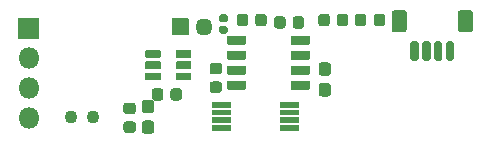
<source format=gbr>
%TF.GenerationSoftware,KiCad,Pcbnew,(5.99.0-3299-gfc1665ff2)*%
%TF.CreationDate,2020-09-21T16:58:29+07:00*%
%TF.ProjectId,smart_wristband,736d6172-745f-4777-9269-737462616e64,rev?*%
%TF.SameCoordinates,Original*%
%TF.FileFunction,Soldermask,Bot*%
%TF.FilePolarity,Negative*%
%FSLAX46Y46*%
G04 Gerber Fmt 4.6, Leading zero omitted, Abs format (unit mm)*
G04 Created by KiCad (PCBNEW (5.99.0-3299-gfc1665ff2)) date 2020-09-21 16:58:29*
%MOMM*%
%LPD*%
G01*
G04 APERTURE LIST*
%ADD10C,1.100000*%
%ADD11O,1.800000X1.800000*%
%ADD12O,1.450000X1.450000*%
G04 APERTURE END LIST*
%TO.C,J5*%
G36*
G01*
X136150000Y-91545833D02*
X136150000Y-92904167D01*
G75*
G02*
X135879167Y-93175000I-270833J0D01*
G01*
X135120833Y-93175000D01*
G75*
G02*
X134850000Y-92904167I0J270833D01*
G01*
X134850000Y-91545833D01*
G75*
G02*
X135120833Y-91275000I270833J0D01*
G01*
X135879167Y-91275000D01*
G75*
G02*
X136150000Y-91545833I0J-270833D01*
G01*
G37*
G36*
G01*
X141750000Y-91545833D02*
X141750000Y-92904167D01*
G75*
G02*
X141479167Y-93175000I-270833J0D01*
G01*
X140720833Y-93175000D01*
G75*
G02*
X140450000Y-92904167I0J270833D01*
G01*
X140450000Y-91545833D01*
G75*
G02*
X140720833Y-91275000I270833J0D01*
G01*
X141479167Y-91275000D01*
G75*
G02*
X141750000Y-91545833I0J-270833D01*
G01*
G37*
G36*
G01*
X137150000Y-94100000D02*
X137150000Y-95400000D01*
G75*
G02*
X136975000Y-95575000I-175000J0D01*
G01*
X136625000Y-95575000D01*
G75*
G02*
X136450000Y-95400000I0J175000D01*
G01*
X136450000Y-94100000D01*
G75*
G02*
X136625000Y-93925000I175000J0D01*
G01*
X136975000Y-93925000D01*
G75*
G02*
X137150000Y-94100000I0J-175000D01*
G01*
G37*
G36*
G01*
X138150000Y-94100000D02*
X138150000Y-95400000D01*
G75*
G02*
X137975000Y-95575000I-175000J0D01*
G01*
X137625000Y-95575000D01*
G75*
G02*
X137450000Y-95400000I0J175000D01*
G01*
X137450000Y-94100000D01*
G75*
G02*
X137625000Y-93925000I175000J0D01*
G01*
X137975000Y-93925000D01*
G75*
G02*
X138150000Y-94100000I0J-175000D01*
G01*
G37*
G36*
G01*
X139150000Y-94100000D02*
X139150000Y-95400000D01*
G75*
G02*
X138975000Y-95575000I-175000J0D01*
G01*
X138625000Y-95575000D01*
G75*
G02*
X138450000Y-95400000I0J175000D01*
G01*
X138450000Y-94100000D01*
G75*
G02*
X138625000Y-93925000I175000J0D01*
G01*
X138975000Y-93925000D01*
G75*
G02*
X139150000Y-94100000I0J-175000D01*
G01*
G37*
G36*
G01*
X140150000Y-94100000D02*
X140150000Y-95400000D01*
G75*
G02*
X139975000Y-95575000I-175000J0D01*
G01*
X139625000Y-95575000D01*
G75*
G02*
X139450000Y-95400000I0J175000D01*
G01*
X139450000Y-94100000D01*
G75*
G02*
X139625000Y-93925000I175000J0D01*
G01*
X139975000Y-93925000D01*
G75*
G02*
X140150000Y-94100000I0J-175000D01*
G01*
G37*
%TD*%
D10*
%TO.C,Y1*%
X109600000Y-100350000D03*
X107700000Y-100350000D03*
%TD*%
%TO.C,J2*%
G36*
G01*
X103225000Y-93675000D02*
X103225000Y-91975000D01*
G75*
G02*
X103275000Y-91925000I50000J0D01*
G01*
X104975000Y-91925000D01*
G75*
G02*
X105025000Y-91975000I0J-50000D01*
G01*
X105025000Y-93675000D01*
G75*
G02*
X104975000Y-93725000I-50000J0D01*
G01*
X103275000Y-93725000D01*
G75*
G02*
X103225000Y-93675000I0J50000D01*
G01*
G37*
D11*
X104125000Y-95365000D03*
X104125000Y-97905000D03*
X104125000Y-100445000D03*
%TD*%
%TO.C,D1*%
G36*
G01*
X127450000Y-92043750D02*
X127450000Y-92606250D01*
G75*
G02*
X127206250Y-92850000I-243750J0D01*
G01*
X126718750Y-92850000D01*
G75*
G02*
X126475000Y-92606250I0J243750D01*
G01*
X126475000Y-92043750D01*
G75*
G02*
X126718750Y-91800000I243750J0D01*
G01*
X127206250Y-91800000D01*
G75*
G02*
X127450000Y-92043750I0J-243750D01*
G01*
G37*
G36*
G01*
X125875000Y-92043750D02*
X125875000Y-92606250D01*
G75*
G02*
X125631250Y-92850000I-243750J0D01*
G01*
X125143750Y-92850000D01*
G75*
G02*
X124900000Y-92606250I0J243750D01*
G01*
X124900000Y-92043750D01*
G75*
G02*
X125143750Y-91800000I243750J0D01*
G01*
X125631250Y-91800000D01*
G75*
G02*
X125875000Y-92043750I0J-243750D01*
G01*
G37*
%TD*%
%TO.C,R4*%
G36*
G01*
X112956250Y-101675000D02*
X112393750Y-101675000D01*
G75*
G02*
X112150000Y-101431250I0J243750D01*
G01*
X112150000Y-100943750D01*
G75*
G02*
X112393750Y-100700000I243750J0D01*
G01*
X112956250Y-100700000D01*
G75*
G02*
X113200000Y-100943750I0J-243750D01*
G01*
X113200000Y-101431250D01*
G75*
G02*
X112956250Y-101675000I-243750J0D01*
G01*
G37*
G36*
G01*
X112956250Y-100100000D02*
X112393750Y-100100000D01*
G75*
G02*
X112150000Y-99856250I0J243750D01*
G01*
X112150000Y-99368750D01*
G75*
G02*
X112393750Y-99125000I243750J0D01*
G01*
X112956250Y-99125000D01*
G75*
G02*
X113200000Y-99368750I0J-243750D01*
G01*
X113200000Y-99856250D01*
G75*
G02*
X112956250Y-100100000I-243750J0D01*
G01*
G37*
%TD*%
%TO.C,R7*%
G36*
G01*
X131750000Y-92406250D02*
X131750000Y-91843750D01*
G75*
G02*
X131993750Y-91600000I243750J0D01*
G01*
X132481250Y-91600000D01*
G75*
G02*
X132725000Y-91843750I0J-243750D01*
G01*
X132725000Y-92406250D01*
G75*
G02*
X132481250Y-92650000I-243750J0D01*
G01*
X131993750Y-92650000D01*
G75*
G02*
X131750000Y-92406250I0J243750D01*
G01*
G37*
G36*
G01*
X133325000Y-92406250D02*
X133325000Y-91843750D01*
G75*
G02*
X133568750Y-91600000I243750J0D01*
G01*
X134056250Y-91600000D01*
G75*
G02*
X134300000Y-91843750I0J-243750D01*
G01*
X134300000Y-92406250D01*
G75*
G02*
X134056250Y-92650000I-243750J0D01*
G01*
X133568750Y-92650000D01*
G75*
G02*
X133325000Y-92406250I0J243750D01*
G01*
G37*
%TD*%
%TO.C,J4*%
G36*
G01*
X116275000Y-91975000D02*
X117625000Y-91975000D01*
G75*
G02*
X117675000Y-92025000I0J-50000D01*
G01*
X117675000Y-93375000D01*
G75*
G02*
X117625000Y-93425000I-50000J0D01*
G01*
X116275000Y-93425000D01*
G75*
G02*
X116225000Y-93375000I0J50000D01*
G01*
X116225000Y-92025000D01*
G75*
G02*
X116275000Y-91975000I50000J0D01*
G01*
G37*
D12*
X118950000Y-92700000D03*
%TD*%
%TO.C,C10*%
G36*
G01*
X120797500Y-93295000D02*
X120402500Y-93295000D01*
G75*
G02*
X120230000Y-93122500I0J172500D01*
G01*
X120230000Y-92777500D01*
G75*
G02*
X120402500Y-92605000I172500J0D01*
G01*
X120797500Y-92605000D01*
G75*
G02*
X120970000Y-92777500I0J-172500D01*
G01*
X120970000Y-93122500D01*
G75*
G02*
X120797500Y-93295000I-172500J0D01*
G01*
G37*
G36*
G01*
X120797500Y-92325000D02*
X120402500Y-92325000D01*
G75*
G02*
X120230000Y-92152500I0J172500D01*
G01*
X120230000Y-91807500D01*
G75*
G02*
X120402500Y-91635000I172500J0D01*
G01*
X120797500Y-91635000D01*
G75*
G02*
X120970000Y-91807500I0J-172500D01*
G01*
X120970000Y-92152500D01*
G75*
G02*
X120797500Y-92325000I-172500J0D01*
G01*
G37*
%TD*%
%TO.C,Q1*%
G36*
G01*
X127035000Y-99100000D02*
X127035000Y-99500000D01*
G75*
G02*
X126985000Y-99550000I-50000J0D01*
G01*
X125425000Y-99550000D01*
G75*
G02*
X125375000Y-99500000I0J50000D01*
G01*
X125375000Y-99100000D01*
G75*
G02*
X125425000Y-99050000I50000J0D01*
G01*
X126985000Y-99050000D01*
G75*
G02*
X127035000Y-99100000I0J-50000D01*
G01*
G37*
G36*
G01*
X127035000Y-99750000D02*
X127035000Y-100150000D01*
G75*
G02*
X126985000Y-100200000I-50000J0D01*
G01*
X125425000Y-100200000D01*
G75*
G02*
X125375000Y-100150000I0J50000D01*
G01*
X125375000Y-99750000D01*
G75*
G02*
X125425000Y-99700000I50000J0D01*
G01*
X126985000Y-99700000D01*
G75*
G02*
X127035000Y-99750000I0J-50000D01*
G01*
G37*
G36*
G01*
X127035000Y-100400000D02*
X127035000Y-100800000D01*
G75*
G02*
X126985000Y-100850000I-50000J0D01*
G01*
X125425000Y-100850000D01*
G75*
G02*
X125375000Y-100800000I0J50000D01*
G01*
X125375000Y-100400000D01*
G75*
G02*
X125425000Y-100350000I50000J0D01*
G01*
X126985000Y-100350000D01*
G75*
G02*
X127035000Y-100400000I0J-50000D01*
G01*
G37*
G36*
G01*
X127035000Y-101050000D02*
X127035000Y-101450000D01*
G75*
G02*
X126985000Y-101500000I-50000J0D01*
G01*
X125425000Y-101500000D01*
G75*
G02*
X125375000Y-101450000I0J50000D01*
G01*
X125375000Y-101050000D01*
G75*
G02*
X125425000Y-101000000I50000J0D01*
G01*
X126985000Y-101000000D01*
G75*
G02*
X127035000Y-101050000I0J-50000D01*
G01*
G37*
G36*
G01*
X121275000Y-101050000D02*
X121275000Y-101450000D01*
G75*
G02*
X121225000Y-101500000I-50000J0D01*
G01*
X119665000Y-101500000D01*
G75*
G02*
X119615000Y-101450000I0J50000D01*
G01*
X119615000Y-101050000D01*
G75*
G02*
X119665000Y-101000000I50000J0D01*
G01*
X121225000Y-101000000D01*
G75*
G02*
X121275000Y-101050000I0J-50000D01*
G01*
G37*
G36*
G01*
X121275000Y-100400000D02*
X121275000Y-100800000D01*
G75*
G02*
X121225000Y-100850000I-50000J0D01*
G01*
X119665000Y-100850000D01*
G75*
G02*
X119615000Y-100800000I0J50000D01*
G01*
X119615000Y-100400000D01*
G75*
G02*
X119665000Y-100350000I50000J0D01*
G01*
X121225000Y-100350000D01*
G75*
G02*
X121275000Y-100400000I0J-50000D01*
G01*
G37*
G36*
G01*
X121275000Y-99750000D02*
X121275000Y-100150000D01*
G75*
G02*
X121225000Y-100200000I-50000J0D01*
G01*
X119665000Y-100200000D01*
G75*
G02*
X119615000Y-100150000I0J50000D01*
G01*
X119615000Y-99750000D01*
G75*
G02*
X119665000Y-99700000I50000J0D01*
G01*
X121225000Y-99700000D01*
G75*
G02*
X121275000Y-99750000I0J-50000D01*
G01*
G37*
G36*
G01*
X121275000Y-99100000D02*
X121275000Y-99500000D01*
G75*
G02*
X121225000Y-99550000I-50000J0D01*
G01*
X119665000Y-99550000D01*
G75*
G02*
X119615000Y-99500000I0J50000D01*
G01*
X119615000Y-99100000D01*
G75*
G02*
X119665000Y-99050000I50000J0D01*
G01*
X121225000Y-99050000D01*
G75*
G02*
X121275000Y-99100000I0J-50000D01*
G01*
G37*
%TD*%
%TO.C,C5*%
G36*
G01*
X129462500Y-98600000D02*
X128937500Y-98600000D01*
G75*
G02*
X128675000Y-98337500I0J262500D01*
G01*
X128675000Y-97712500D01*
G75*
G02*
X128937500Y-97450000I262500J0D01*
G01*
X129462500Y-97450000D01*
G75*
G02*
X129725000Y-97712500I0J-262500D01*
G01*
X129725000Y-98337500D01*
G75*
G02*
X129462500Y-98600000I-262500J0D01*
G01*
G37*
G36*
G01*
X129462500Y-96850000D02*
X128937500Y-96850000D01*
G75*
G02*
X128675000Y-96587500I0J262500D01*
G01*
X128675000Y-95962500D01*
G75*
G02*
X128937500Y-95700000I262500J0D01*
G01*
X129462500Y-95700000D01*
G75*
G02*
X129725000Y-95962500I0J-262500D01*
G01*
X129725000Y-96587500D01*
G75*
G02*
X129462500Y-96850000I-262500J0D01*
G01*
G37*
%TD*%
%TO.C,D2*%
G36*
G01*
X124275000Y-91843750D02*
X124275000Y-92406250D01*
G75*
G02*
X124031250Y-92650000I-243750J0D01*
G01*
X123543750Y-92650000D01*
G75*
G02*
X123300000Y-92406250I0J243750D01*
G01*
X123300000Y-91843750D01*
G75*
G02*
X123543750Y-91600000I243750J0D01*
G01*
X124031250Y-91600000D01*
G75*
G02*
X124275000Y-91843750I0J-243750D01*
G01*
G37*
G36*
G01*
X122700000Y-91843750D02*
X122700000Y-92406250D01*
G75*
G02*
X122456250Y-92650000I-243750J0D01*
G01*
X121968750Y-92650000D01*
G75*
G02*
X121725000Y-92406250I0J243750D01*
G01*
X121725000Y-91843750D01*
G75*
G02*
X121968750Y-91600000I243750J0D01*
G01*
X122456250Y-91600000D01*
G75*
G02*
X122700000Y-91843750I0J-243750D01*
G01*
G37*
%TD*%
%TO.C,R6*%
G36*
G01*
X131200000Y-91843750D02*
X131200000Y-92406250D01*
G75*
G02*
X130956250Y-92650000I-243750J0D01*
G01*
X130468750Y-92650000D01*
G75*
G02*
X130225000Y-92406250I0J243750D01*
G01*
X130225000Y-91843750D01*
G75*
G02*
X130468750Y-91600000I243750J0D01*
G01*
X130956250Y-91600000D01*
G75*
G02*
X131200000Y-91843750I0J-243750D01*
G01*
G37*
G36*
G01*
X129625000Y-91843750D02*
X129625000Y-92406250D01*
G75*
G02*
X129381250Y-92650000I-243750J0D01*
G01*
X128893750Y-92650000D01*
G75*
G02*
X128650000Y-92406250I0J243750D01*
G01*
X128650000Y-91843750D01*
G75*
G02*
X128893750Y-91600000I243750J0D01*
G01*
X129381250Y-91600000D01*
G75*
G02*
X129625000Y-91843750I0J-243750D01*
G01*
G37*
%TD*%
%TO.C,IC2*%
G36*
G01*
X116650000Y-94675000D02*
X117850000Y-94675000D01*
G75*
G02*
X117900000Y-94725000I0J-50000D01*
G01*
X117900000Y-95275000D01*
G75*
G02*
X117850000Y-95325000I-50000J0D01*
G01*
X116650000Y-95325000D01*
G75*
G02*
X116600000Y-95275000I0J50000D01*
G01*
X116600000Y-94725000D01*
G75*
G02*
X116650000Y-94675000I50000J0D01*
G01*
G37*
G36*
G01*
X116650000Y-95625000D02*
X117850000Y-95625000D01*
G75*
G02*
X117900000Y-95675000I0J-50000D01*
G01*
X117900000Y-96225000D01*
G75*
G02*
X117850000Y-96275000I-50000J0D01*
G01*
X116650000Y-96275000D01*
G75*
G02*
X116600000Y-96225000I0J50000D01*
G01*
X116600000Y-95675000D01*
G75*
G02*
X116650000Y-95625000I50000J0D01*
G01*
G37*
G36*
G01*
X116650000Y-96575000D02*
X117850000Y-96575000D01*
G75*
G02*
X117900000Y-96625000I0J-50000D01*
G01*
X117900000Y-97175000D01*
G75*
G02*
X117850000Y-97225000I-50000J0D01*
G01*
X116650000Y-97225000D01*
G75*
G02*
X116600000Y-97175000I0J50000D01*
G01*
X116600000Y-96625000D01*
G75*
G02*
X116650000Y-96575000I50000J0D01*
G01*
G37*
G36*
G01*
X114050000Y-96575000D02*
X115250000Y-96575000D01*
G75*
G02*
X115300000Y-96625000I0J-50000D01*
G01*
X115300000Y-97175000D01*
G75*
G02*
X115250000Y-97225000I-50000J0D01*
G01*
X114050000Y-97225000D01*
G75*
G02*
X114000000Y-97175000I0J50000D01*
G01*
X114000000Y-96625000D01*
G75*
G02*
X114050000Y-96575000I50000J0D01*
G01*
G37*
G36*
G01*
X114050000Y-95625000D02*
X115250000Y-95625000D01*
G75*
G02*
X115300000Y-95675000I0J-50000D01*
G01*
X115300000Y-96225000D01*
G75*
G02*
X115250000Y-96275000I-50000J0D01*
G01*
X114050000Y-96275000D01*
G75*
G02*
X114000000Y-96225000I0J50000D01*
G01*
X114000000Y-95675000D01*
G75*
G02*
X114050000Y-95625000I50000J0D01*
G01*
G37*
G36*
G01*
X114050000Y-94675000D02*
X115250000Y-94675000D01*
G75*
G02*
X115300000Y-94725000I0J-50000D01*
G01*
X115300000Y-95275000D01*
G75*
G02*
X115250000Y-95325000I-50000J0D01*
G01*
X114050000Y-95325000D01*
G75*
G02*
X114000000Y-95275000I0J50000D01*
G01*
X114000000Y-94725000D01*
G75*
G02*
X114050000Y-94675000I50000J0D01*
G01*
G37*
%TD*%
%TO.C,R3*%
G36*
G01*
X119693750Y-95750000D02*
X120256250Y-95750000D01*
G75*
G02*
X120500000Y-95993750I0J-243750D01*
G01*
X120500000Y-96481250D01*
G75*
G02*
X120256250Y-96725000I-243750J0D01*
G01*
X119693750Y-96725000D01*
G75*
G02*
X119450000Y-96481250I0J243750D01*
G01*
X119450000Y-95993750D01*
G75*
G02*
X119693750Y-95750000I243750J0D01*
G01*
G37*
G36*
G01*
X119693750Y-97325000D02*
X120256250Y-97325000D01*
G75*
G02*
X120500000Y-97568750I0J-243750D01*
G01*
X120500000Y-98056250D01*
G75*
G02*
X120256250Y-98300000I-243750J0D01*
G01*
X119693750Y-98300000D01*
G75*
G02*
X119450000Y-98056250I0J243750D01*
G01*
X119450000Y-97568750D01*
G75*
G02*
X119693750Y-97325000I243750J0D01*
G01*
G37*
%TD*%
%TO.C,IC1*%
G36*
G01*
X120925000Y-97955000D02*
X120925000Y-97305000D01*
G75*
G02*
X120975000Y-97255000I50000J0D01*
G01*
X122475000Y-97255000D01*
G75*
G02*
X122525000Y-97305000I0J-50000D01*
G01*
X122525000Y-97955000D01*
G75*
G02*
X122475000Y-98005000I-50000J0D01*
G01*
X120975000Y-98005000D01*
G75*
G02*
X120925000Y-97955000I0J50000D01*
G01*
G37*
G36*
G01*
X120925000Y-96685000D02*
X120925000Y-96035000D01*
G75*
G02*
X120975000Y-95985000I50000J0D01*
G01*
X122475000Y-95985000D01*
G75*
G02*
X122525000Y-96035000I0J-50000D01*
G01*
X122525000Y-96685000D01*
G75*
G02*
X122475000Y-96735000I-50000J0D01*
G01*
X120975000Y-96735000D01*
G75*
G02*
X120925000Y-96685000I0J50000D01*
G01*
G37*
G36*
G01*
X120925000Y-95415000D02*
X120925000Y-94765000D01*
G75*
G02*
X120975000Y-94715000I50000J0D01*
G01*
X122475000Y-94715000D01*
G75*
G02*
X122525000Y-94765000I0J-50000D01*
G01*
X122525000Y-95415000D01*
G75*
G02*
X122475000Y-95465000I-50000J0D01*
G01*
X120975000Y-95465000D01*
G75*
G02*
X120925000Y-95415000I0J50000D01*
G01*
G37*
G36*
G01*
X120925000Y-94145000D02*
X120925000Y-93495000D01*
G75*
G02*
X120975000Y-93445000I50000J0D01*
G01*
X122475000Y-93445000D01*
G75*
G02*
X122525000Y-93495000I0J-50000D01*
G01*
X122525000Y-94145000D01*
G75*
G02*
X122475000Y-94195000I-50000J0D01*
G01*
X120975000Y-94195000D01*
G75*
G02*
X120925000Y-94145000I0J50000D01*
G01*
G37*
G36*
G01*
X126325000Y-94145000D02*
X126325000Y-93495000D01*
G75*
G02*
X126375000Y-93445000I50000J0D01*
G01*
X127875000Y-93445000D01*
G75*
G02*
X127925000Y-93495000I0J-50000D01*
G01*
X127925000Y-94145000D01*
G75*
G02*
X127875000Y-94195000I-50000J0D01*
G01*
X126375000Y-94195000D01*
G75*
G02*
X126325000Y-94145000I0J50000D01*
G01*
G37*
G36*
G01*
X126325000Y-95415000D02*
X126325000Y-94765000D01*
G75*
G02*
X126375000Y-94715000I50000J0D01*
G01*
X127875000Y-94715000D01*
G75*
G02*
X127925000Y-94765000I0J-50000D01*
G01*
X127925000Y-95415000D01*
G75*
G02*
X127875000Y-95465000I-50000J0D01*
G01*
X126375000Y-95465000D01*
G75*
G02*
X126325000Y-95415000I0J50000D01*
G01*
G37*
G36*
G01*
X126325000Y-96685000D02*
X126325000Y-96035000D01*
G75*
G02*
X126375000Y-95985000I50000J0D01*
G01*
X127875000Y-95985000D01*
G75*
G02*
X127925000Y-96035000I0J-50000D01*
G01*
X127925000Y-96685000D01*
G75*
G02*
X127875000Y-96735000I-50000J0D01*
G01*
X126375000Y-96735000D01*
G75*
G02*
X126325000Y-96685000I0J50000D01*
G01*
G37*
G36*
G01*
X126325000Y-97955000D02*
X126325000Y-97305000D01*
G75*
G02*
X126375000Y-97255000I50000J0D01*
G01*
X127875000Y-97255000D01*
G75*
G02*
X127925000Y-97305000I0J-50000D01*
G01*
X127925000Y-97955000D01*
G75*
G02*
X127875000Y-98005000I-50000J0D01*
G01*
X126375000Y-98005000D01*
G75*
G02*
X126325000Y-97955000I0J50000D01*
G01*
G37*
%TD*%
%TO.C,R5*%
G36*
G01*
X117100000Y-98143750D02*
X117100000Y-98706250D01*
G75*
G02*
X116856250Y-98950000I-243750J0D01*
G01*
X116368750Y-98950000D01*
G75*
G02*
X116125000Y-98706250I0J243750D01*
G01*
X116125000Y-98143750D01*
G75*
G02*
X116368750Y-97900000I243750J0D01*
G01*
X116856250Y-97900000D01*
G75*
G02*
X117100000Y-98143750I0J-243750D01*
G01*
G37*
G36*
G01*
X115525000Y-98143750D02*
X115525000Y-98706250D01*
G75*
G02*
X115281250Y-98950000I-243750J0D01*
G01*
X114793750Y-98950000D01*
G75*
G02*
X114550000Y-98706250I0J243750D01*
G01*
X114550000Y-98143750D01*
G75*
G02*
X114793750Y-97900000I243750J0D01*
G01*
X115281250Y-97900000D01*
G75*
G02*
X115525000Y-98143750I0J-243750D01*
G01*
G37*
%TD*%
%TO.C,C8*%
G36*
G01*
X114487500Y-101775000D02*
X113962500Y-101775000D01*
G75*
G02*
X113700000Y-101512500I0J262500D01*
G01*
X113700000Y-100887500D01*
G75*
G02*
X113962500Y-100625000I262500J0D01*
G01*
X114487500Y-100625000D01*
G75*
G02*
X114750000Y-100887500I0J-262500D01*
G01*
X114750000Y-101512500D01*
G75*
G02*
X114487500Y-101775000I-262500J0D01*
G01*
G37*
G36*
G01*
X114487500Y-100025000D02*
X113962500Y-100025000D01*
G75*
G02*
X113700000Y-99762500I0J262500D01*
G01*
X113700000Y-99137500D01*
G75*
G02*
X113962500Y-98875000I262500J0D01*
G01*
X114487500Y-98875000D01*
G75*
G02*
X114750000Y-99137500I0J-262500D01*
G01*
X114750000Y-99762500D01*
G75*
G02*
X114487500Y-100025000I-262500J0D01*
G01*
G37*
%TD*%
M02*

</source>
